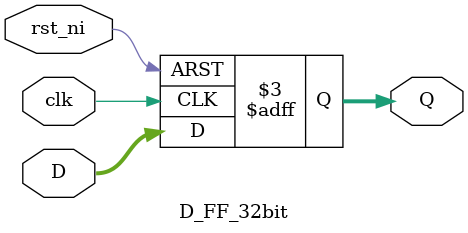
<source format=sv>
module D_FF_32bit
(
	input  logic        		clk, rst_ni,
	input  logic 	[31:0] 	D,
	output reg 		[31:0] 	Q
);
	always_ff @(posedge clk or negedge rst_ni) begin
		if(!rst_ni) begin
			Q  <= 0;
		end
		else begin
			Q  <= D ;
		end
end
endmodule

</source>
